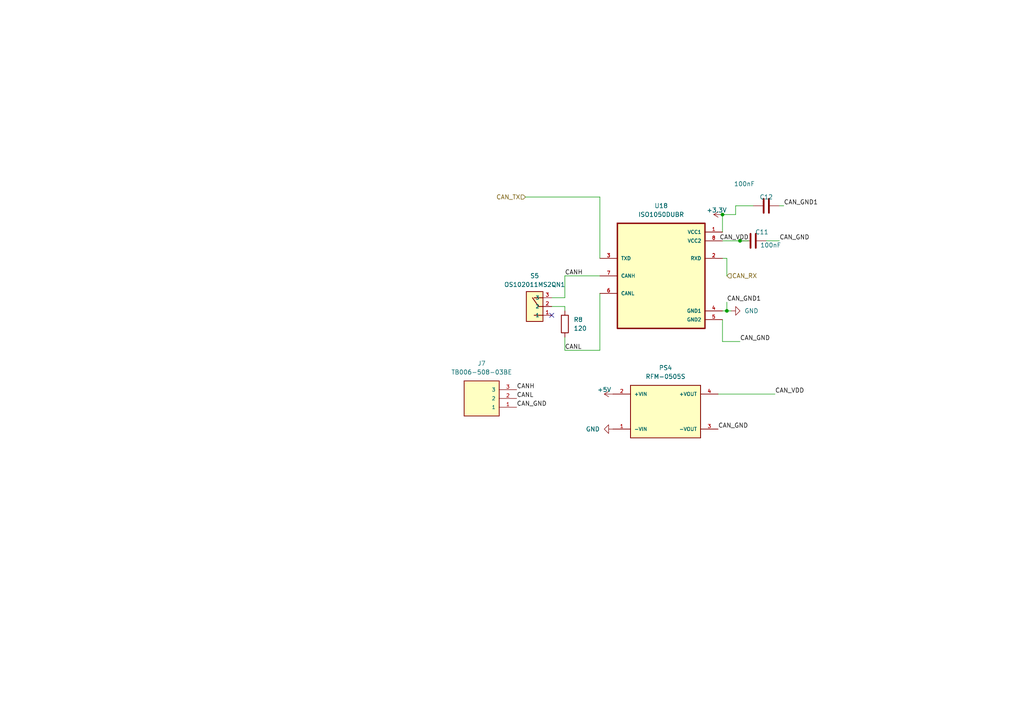
<source format=kicad_sch>
(kicad_sch
	(version 20231120)
	(generator "eeschema")
	(generator_version "8.0")
	(uuid "c2c0b24e-9267-4ae3-97e9-87a8e17b10ff")
	(paper "A4")
	(lib_symbols
		(symbol "Device:C"
			(pin_numbers hide)
			(pin_names
				(offset 0.254)
			)
			(exclude_from_sim no)
			(in_bom yes)
			(on_board yes)
			(property "Reference" "C"
				(at 0.635 2.54 0)
				(effects
					(font
						(size 1.27 1.27)
					)
					(justify left)
				)
			)
			(property "Value" "C"
				(at 0.635 -2.54 0)
				(effects
					(font
						(size 1.27 1.27)
					)
					(justify left)
				)
			)
			(property "Footprint" ""
				(at 0.9652 -3.81 0)
				(effects
					(font
						(size 1.27 1.27)
					)
					(hide yes)
				)
			)
			(property "Datasheet" "~"
				(at 0 0 0)
				(effects
					(font
						(size 1.27 1.27)
					)
					(hide yes)
				)
			)
			(property "Description" "Unpolarized capacitor"
				(at 0 0 0)
				(effects
					(font
						(size 1.27 1.27)
					)
					(hide yes)
				)
			)
			(property "ki_keywords" "cap capacitor"
				(at 0 0 0)
				(effects
					(font
						(size 1.27 1.27)
					)
					(hide yes)
				)
			)
			(property "ki_fp_filters" "C_*"
				(at 0 0 0)
				(effects
					(font
						(size 1.27 1.27)
					)
					(hide yes)
				)
			)
			(symbol "C_0_1"
				(polyline
					(pts
						(xy -2.032 -0.762) (xy 2.032 -0.762)
					)
					(stroke
						(width 0.508)
						(type default)
					)
					(fill
						(type none)
					)
				)
				(polyline
					(pts
						(xy -2.032 0.762) (xy 2.032 0.762)
					)
					(stroke
						(width 0.508)
						(type default)
					)
					(fill
						(type none)
					)
				)
			)
			(symbol "C_1_1"
				(pin passive line
					(at 0 3.81 270)
					(length 2.794)
					(name "~"
						(effects
							(font
								(size 1.27 1.27)
							)
						)
					)
					(number "1"
						(effects
							(font
								(size 1.27 1.27)
							)
						)
					)
				)
				(pin passive line
					(at 0 -3.81 90)
					(length 2.794)
					(name "~"
						(effects
							(font
								(size 1.27 1.27)
							)
						)
					)
					(number "2"
						(effects
							(font
								(size 1.27 1.27)
							)
						)
					)
				)
			)
		)
		(symbol "Device:R"
			(pin_numbers hide)
			(pin_names
				(offset 0)
			)
			(exclude_from_sim no)
			(in_bom yes)
			(on_board yes)
			(property "Reference" "R"
				(at 2.032 0 90)
				(effects
					(font
						(size 1.27 1.27)
					)
				)
			)
			(property "Value" "R"
				(at 0 0 90)
				(effects
					(font
						(size 1.27 1.27)
					)
				)
			)
			(property "Footprint" ""
				(at -1.778 0 90)
				(effects
					(font
						(size 1.27 1.27)
					)
					(hide yes)
				)
			)
			(property "Datasheet" "~"
				(at 0 0 0)
				(effects
					(font
						(size 1.27 1.27)
					)
					(hide yes)
				)
			)
			(property "Description" "Resistor"
				(at 0 0 0)
				(effects
					(font
						(size 1.27 1.27)
					)
					(hide yes)
				)
			)
			(property "ki_keywords" "R res resistor"
				(at 0 0 0)
				(effects
					(font
						(size 1.27 1.27)
					)
					(hide yes)
				)
			)
			(property "ki_fp_filters" "R_*"
				(at 0 0 0)
				(effects
					(font
						(size 1.27 1.27)
					)
					(hide yes)
				)
			)
			(symbol "R_0_1"
				(rectangle
					(start -1.016 -2.54)
					(end 1.016 2.54)
					(stroke
						(width 0.254)
						(type default)
					)
					(fill
						(type none)
					)
				)
			)
			(symbol "R_1_1"
				(pin passive line
					(at 0 3.81 270)
					(length 1.27)
					(name "~"
						(effects
							(font
								(size 1.27 1.27)
							)
						)
					)
					(number "1"
						(effects
							(font
								(size 1.27 1.27)
							)
						)
					)
				)
				(pin passive line
					(at 0 -3.81 90)
					(length 1.27)
					(name "~"
						(effects
							(font
								(size 1.27 1.27)
							)
						)
					)
					(number "2"
						(effects
							(font
								(size 1.27 1.27)
							)
						)
					)
				)
			)
		)
		(symbol "ISO1050DUBR:ISO1050DUBR"
			(pin_names
				(offset 1.016)
			)
			(exclude_from_sim no)
			(in_bom yes)
			(on_board yes)
			(property "Reference" "U"
				(at -12.7 16.24 0)
				(effects
					(font
						(size 1.27 1.27)
					)
					(justify left bottom)
				)
			)
			(property "Value" "ISO1050DUBR"
				(at -12.7 -19.24 0)
				(effects
					(font
						(size 1.27 1.27)
					)
					(justify left bottom)
				)
			)
			(property "Footprint" "ISO1050DUBR:SOP254P1040X485-8N"
				(at 0 0 0)
				(effects
					(font
						(size 1.27 1.27)
					)
					(justify bottom)
					(hide yes)
				)
			)
			(property "Datasheet" ""
				(at 0 0 0)
				(effects
					(font
						(size 1.27 1.27)
					)
					(hide yes)
				)
			)
			(property "Description" ""
				(at 0 0 0)
				(effects
					(font
						(size 1.27 1.27)
					)
					(hide yes)
				)
			)
			(symbol "ISO1050DUBR_0_0"
				(rectangle
					(start -12.7 -15.24)
					(end 12.7 15.24)
					(stroke
						(width 0.41)
						(type default)
					)
					(fill
						(type background)
					)
				)
				(pin power_in line
					(at 17.78 12.7 180)
					(length 5.08)
					(name "VCC1"
						(effects
							(font
								(size 1.016 1.016)
							)
						)
					)
					(number "1"
						(effects
							(font
								(size 1.016 1.016)
							)
						)
					)
				)
				(pin output line
					(at 17.78 5.08 180)
					(length 5.08)
					(name "RXD"
						(effects
							(font
								(size 1.016 1.016)
							)
						)
					)
					(number "2"
						(effects
							(font
								(size 1.016 1.016)
							)
						)
					)
				)
				(pin input line
					(at -17.78 5.08 0)
					(length 5.08)
					(name "TXD"
						(effects
							(font
								(size 1.016 1.016)
							)
						)
					)
					(number "3"
						(effects
							(font
								(size 1.016 1.016)
							)
						)
					)
				)
				(pin power_in line
					(at 17.78 -10.16 180)
					(length 5.08)
					(name "GND1"
						(effects
							(font
								(size 1.016 1.016)
							)
						)
					)
					(number "4"
						(effects
							(font
								(size 1.016 1.016)
							)
						)
					)
				)
				(pin power_in line
					(at 17.78 -12.7 180)
					(length 5.08)
					(name "GND2"
						(effects
							(font
								(size 1.016 1.016)
							)
						)
					)
					(number "5"
						(effects
							(font
								(size 1.016 1.016)
							)
						)
					)
				)
				(pin bidirectional line
					(at -17.78 -5.08 0)
					(length 5.08)
					(name "CANL"
						(effects
							(font
								(size 1.016 1.016)
							)
						)
					)
					(number "6"
						(effects
							(font
								(size 1.016 1.016)
							)
						)
					)
				)
				(pin bidirectional line
					(at -17.78 0 0)
					(length 5.08)
					(name "CANH"
						(effects
							(font
								(size 1.016 1.016)
							)
						)
					)
					(number "7"
						(effects
							(font
								(size 1.016 1.016)
							)
						)
					)
				)
				(pin power_in line
					(at 17.78 10.16 180)
					(length 5.08)
					(name "VCC2"
						(effects
							(font
								(size 1.016 1.016)
							)
						)
					)
					(number "8"
						(effects
							(font
								(size 1.016 1.016)
							)
						)
					)
				)
			)
		)
		(symbol "OS102011MS2QN1:OS102011MS2QN1"
			(pin_names
				(offset 1.016)
			)
			(exclude_from_sim no)
			(in_bom yes)
			(on_board yes)
			(property "Reference" "S"
				(at -2.5411 5.0822 0)
				(effects
					(font
						(size 1.27 1.27)
					)
					(justify left bottom)
				)
			)
			(property "Value" "OS102011MS2QN1"
				(at -2.544 -7.6319 0)
				(effects
					(font
						(size 1.27 1.27)
					)
					(justify left bottom)
				)
			)
			(property "Footprint" "OS102011MS2QN1:SW_OS102011MS2QN1"
				(at 0 0 0)
				(effects
					(font
						(size 1.27 1.27)
					)
					(justify bottom)
					(hide yes)
				)
			)
			(property "Datasheet" ""
				(at 0 0 0)
				(effects
					(font
						(size 1.27 1.27)
					)
					(hide yes)
				)
			)
			(property "Description" ""
				(at 0 0 0)
				(effects
					(font
						(size 1.27 1.27)
					)
					(hide yes)
				)
			)
			(property "STANDARD" "MANUFACTURER RECOMMENDATIONS"
				(at 0 0 0)
				(effects
					(font
						(size 1.27 1.27)
					)
					(justify bottom)
					(hide yes)
				)
			)
			(property "MANUFACTURER" "C&K"
				(at 0 0 0)
				(effects
					(font
						(size 1.27 1.27)
					)
					(justify bottom)
					(hide yes)
				)
			)
			(symbol "OS102011MS2QN1_0_0"
				(rectangle
					(start -2.54 -4.318)
					(end 2.286 4.318)
					(stroke
						(width 0.254)
						(type default)
					)
					(fill
						(type background)
					)
				)
				(polyline
					(pts
						(xy -2.54 -2.54) (xy 0 -2.54)
					)
					(stroke
						(width 0.254)
						(type default)
					)
					(fill
						(type none)
					)
				)
				(polyline
					(pts
						(xy -2.54 0) (xy -1.27 0)
					)
					(stroke
						(width 0.254)
						(type default)
					)
					(fill
						(type none)
					)
				)
				(polyline
					(pts
						(xy -2.54 2.54) (xy 0 2.54)
					)
					(stroke
						(width 0.254)
						(type default)
					)
					(fill
						(type none)
					)
				)
				(polyline
					(pts
						(xy -1.27 0) (xy 0.508 -2.54)
					)
					(stroke
						(width 0.254)
						(type default)
					)
					(fill
						(type none)
					)
				)
				(pin passive line
					(at -5.08 2.54 0)
					(length 2.54)
					(name "1"
						(effects
							(font
								(size 1.016 1.016)
							)
						)
					)
					(number "1"
						(effects
							(font
								(size 1.016 1.016)
							)
						)
					)
				)
				(pin passive line
					(at -5.08 0 0)
					(length 2.54)
					(name "2"
						(effects
							(font
								(size 1.016 1.016)
							)
						)
					)
					(number "2"
						(effects
							(font
								(size 1.016 1.016)
							)
						)
					)
				)
				(pin passive line
					(at -5.08 -2.54 0)
					(length 2.54)
					(name "3"
						(effects
							(font
								(size 1.016 1.016)
							)
						)
					)
					(number "3"
						(effects
							(font
								(size 1.016 1.016)
							)
						)
					)
				)
			)
		)
		(symbol "RFM-0505S:RFM-0505S"
			(pin_names
				(offset 1.016)
			)
			(exclude_from_sim no)
			(in_bom yes)
			(on_board yes)
			(property "Reference" "PS"
				(at -10.16 8.89 0)
				(effects
					(font
						(size 1.27 1.27)
					)
					(justify left bottom)
				)
			)
			(property "Value" "RFM-0505S"
				(at -10.16 -10.16 0)
				(effects
					(font
						(size 1.27 1.27)
					)
					(justify left bottom)
				)
			)
			(property "Footprint" "RFM-0505S:CONV_RFM-0505S"
				(at 0 0 0)
				(effects
					(font
						(size 1.27 1.27)
					)
					(justify bottom)
					(hide yes)
				)
			)
			(property "Datasheet" ""
				(at 0 0 0)
				(effects
					(font
						(size 1.27 1.27)
					)
					(hide yes)
				)
			)
			(property "Description" ""
				(at 0 0 0)
				(effects
					(font
						(size 1.27 1.27)
					)
					(hide yes)
				)
			)
			(property "PARTREV" "0"
				(at 0 0 0)
				(effects
					(font
						(size 1.27 1.27)
					)
					(justify bottom)
					(hide yes)
				)
			)
			(property "STANDARD" "Manufacturer Recommendations"
				(at 0 0 0)
				(effects
					(font
						(size 1.27 1.27)
					)
					(justify bottom)
					(hide yes)
				)
			)
			(property "MAXIMUM_PACKAGE_HEIGHT" "10mm"
				(at 0 0 0)
				(effects
					(font
						(size 1.27 1.27)
					)
					(justify bottom)
					(hide yes)
				)
			)
			(property "MANUFACTURER" "Recom"
				(at 0 0 0)
				(effects
					(font
						(size 1.27 1.27)
					)
					(justify bottom)
					(hide yes)
				)
			)
			(symbol "RFM-0505S_0_0"
				(rectangle
					(start -10.16 -7.62)
					(end 10.16 7.62)
					(stroke
						(width 0.254)
						(type default)
					)
					(fill
						(type background)
					)
				)
				(pin input line
					(at -15.24 -5.08 0)
					(length 5.08)
					(name "-VIN"
						(effects
							(font
								(size 1.016 1.016)
							)
						)
					)
					(number "1"
						(effects
							(font
								(size 1.016 1.016)
							)
						)
					)
				)
				(pin input line
					(at -15.24 5.08 0)
					(length 5.08)
					(name "+VIN"
						(effects
							(font
								(size 1.016 1.016)
							)
						)
					)
					(number "2"
						(effects
							(font
								(size 1.016 1.016)
							)
						)
					)
				)
				(pin output line
					(at 15.24 -5.08 180)
					(length 5.08)
					(name "-VOUT"
						(effects
							(font
								(size 1.016 1.016)
							)
						)
					)
					(number "3"
						(effects
							(font
								(size 1.016 1.016)
							)
						)
					)
				)
				(pin output line
					(at 15.24 5.08 180)
					(length 5.08)
					(name "+VOUT"
						(effects
							(font
								(size 1.016 1.016)
							)
						)
					)
					(number "4"
						(effects
							(font
								(size 1.016 1.016)
							)
						)
					)
				)
			)
		)
		(symbol "TB006-508-03BE:TB006-508-03BE"
			(pin_names
				(offset 1.016)
			)
			(exclude_from_sim no)
			(in_bom yes)
			(on_board yes)
			(property "Reference" "J"
				(at -5.58 5.08 0)
				(effects
					(font
						(size 1.27 1.27)
					)
					(justify left bottom)
				)
			)
			(property "Value" "TB006-508-03BE"
				(at -5.08 -7.62 0)
				(effects
					(font
						(size 1.27 1.27)
					)
					(justify left bottom)
				)
			)
			(property "Footprint" "TB006-508-03BE:CUI_TB006-508-03BE"
				(at 0 0 0)
				(effects
					(font
						(size 1.27 1.27)
					)
					(justify bottom)
					(hide yes)
				)
			)
			(property "Datasheet" ""
				(at 0 0 0)
				(effects
					(font
						(size 1.27 1.27)
					)
					(hide yes)
				)
			)
			(property "Description" ""
				(at 0 0 0)
				(effects
					(font
						(size 1.27 1.27)
					)
					(hide yes)
				)
			)
			(property "STANDARD" "Manufacturer Recommendations"
				(at 0 0 0)
				(effects
					(font
						(size 1.27 1.27)
					)
					(justify bottom)
					(hide yes)
				)
			)
			(property "MANUFACTURER" "CUI"
				(at 0 0 0)
				(effects
					(font
						(size 1.27 1.27)
					)
					(justify bottom)
					(hide yes)
				)
			)
			(symbol "TB006-508-03BE_0_0"
				(rectangle
					(start -5.08 -5.08)
					(end 5.08 5.08)
					(stroke
						(width 0.254)
						(type default)
					)
					(fill
						(type background)
					)
				)
				(pin passive line
					(at -10.16 2.54 0)
					(length 5.08)
					(name "1"
						(effects
							(font
								(size 1.016 1.016)
							)
						)
					)
					(number "1"
						(effects
							(font
								(size 1.016 1.016)
							)
						)
					)
				)
				(pin passive line
					(at -10.16 0 0)
					(length 5.08)
					(name "2"
						(effects
							(font
								(size 1.016 1.016)
							)
						)
					)
					(number "2"
						(effects
							(font
								(size 1.016 1.016)
							)
						)
					)
				)
				(pin passive line
					(at -10.16 -2.54 0)
					(length 5.08)
					(name "3"
						(effects
							(font
								(size 1.016 1.016)
							)
						)
					)
					(number "3"
						(effects
							(font
								(size 1.016 1.016)
							)
						)
					)
				)
			)
		)
		(symbol "power:+3.3V"
			(power)
			(pin_names
				(offset 0)
			)
			(exclude_from_sim no)
			(in_bom yes)
			(on_board yes)
			(property "Reference" "#PWR"
				(at 0 -3.81 0)
				(effects
					(font
						(size 1.27 1.27)
					)
					(hide yes)
				)
			)
			(property "Value" "+3.3V"
				(at 0 3.556 0)
				(effects
					(font
						(size 1.27 1.27)
					)
				)
			)
			(property "Footprint" ""
				(at 0 0 0)
				(effects
					(font
						(size 1.27 1.27)
					)
					(hide yes)
				)
			)
			(property "Datasheet" ""
				(at 0 0 0)
				(effects
					(font
						(size 1.27 1.27)
					)
					(hide yes)
				)
			)
			(property "Description" "Power symbol creates a global label with name \"+3.3V\""
				(at 0 0 0)
				(effects
					(font
						(size 1.27 1.27)
					)
					(hide yes)
				)
			)
			(property "ki_keywords" "global power"
				(at 0 0 0)
				(effects
					(font
						(size 1.27 1.27)
					)
					(hide yes)
				)
			)
			(symbol "+3.3V_0_1"
				(polyline
					(pts
						(xy -0.762 1.27) (xy 0 2.54)
					)
					(stroke
						(width 0)
						(type default)
					)
					(fill
						(type none)
					)
				)
				(polyline
					(pts
						(xy 0 0) (xy 0 2.54)
					)
					(stroke
						(width 0)
						(type default)
					)
					(fill
						(type none)
					)
				)
				(polyline
					(pts
						(xy 0 2.54) (xy 0.762 1.27)
					)
					(stroke
						(width 0)
						(type default)
					)
					(fill
						(type none)
					)
				)
			)
			(symbol "+3.3V_1_1"
				(pin power_in line
					(at 0 0 90)
					(length 0) hide
					(name "+3.3V"
						(effects
							(font
								(size 1.27 1.27)
							)
						)
					)
					(number "1"
						(effects
							(font
								(size 1.27 1.27)
							)
						)
					)
				)
			)
		)
		(symbol "power:+5V"
			(power)
			(pin_names
				(offset 0)
			)
			(exclude_from_sim no)
			(in_bom yes)
			(on_board yes)
			(property "Reference" "#PWR"
				(at 0 -3.81 0)
				(effects
					(font
						(size 1.27 1.27)
					)
					(hide yes)
				)
			)
			(property "Value" "+5V"
				(at 0 3.556 0)
				(effects
					(font
						(size 1.27 1.27)
					)
				)
			)
			(property "Footprint" ""
				(at 0 0 0)
				(effects
					(font
						(size 1.27 1.27)
					)
					(hide yes)
				)
			)
			(property "Datasheet" ""
				(at 0 0 0)
				(effects
					(font
						(size 1.27 1.27)
					)
					(hide yes)
				)
			)
			(property "Description" "Power symbol creates a global label with name \"+5V\""
				(at 0 0 0)
				(effects
					(font
						(size 1.27 1.27)
					)
					(hide yes)
				)
			)
			(property "ki_keywords" "global power"
				(at 0 0 0)
				(effects
					(font
						(size 1.27 1.27)
					)
					(hide yes)
				)
			)
			(symbol "+5V_0_1"
				(polyline
					(pts
						(xy -0.762 1.27) (xy 0 2.54)
					)
					(stroke
						(width 0)
						(type default)
					)
					(fill
						(type none)
					)
				)
				(polyline
					(pts
						(xy 0 0) (xy 0 2.54)
					)
					(stroke
						(width 0)
						(type default)
					)
					(fill
						(type none)
					)
				)
				(polyline
					(pts
						(xy 0 2.54) (xy 0.762 1.27)
					)
					(stroke
						(width 0)
						(type default)
					)
					(fill
						(type none)
					)
				)
			)
			(symbol "+5V_1_1"
				(pin power_in line
					(at 0 0 90)
					(length 0) hide
					(name "+5V"
						(effects
							(font
								(size 1.27 1.27)
							)
						)
					)
					(number "1"
						(effects
							(font
								(size 1.27 1.27)
							)
						)
					)
				)
			)
		)
		(symbol "power:GND"
			(power)
			(pin_names
				(offset 0)
			)
			(exclude_from_sim no)
			(in_bom yes)
			(on_board yes)
			(property "Reference" "#PWR"
				(at 0 -6.35 0)
				(effects
					(font
						(size 1.27 1.27)
					)
					(hide yes)
				)
			)
			(property "Value" "GND"
				(at 0 -3.81 0)
				(effects
					(font
						(size 1.27 1.27)
					)
				)
			)
			(property "Footprint" ""
				(at 0 0 0)
				(effects
					(font
						(size 1.27 1.27)
					)
					(hide yes)
				)
			)
			(property "Datasheet" ""
				(at 0 0 0)
				(effects
					(font
						(size 1.27 1.27)
					)
					(hide yes)
				)
			)
			(property "Description" "Power symbol creates a global label with name \"GND\" , ground"
				(at 0 0 0)
				(effects
					(font
						(size 1.27 1.27)
					)
					(hide yes)
				)
			)
			(property "ki_keywords" "global power"
				(at 0 0 0)
				(effects
					(font
						(size 1.27 1.27)
					)
					(hide yes)
				)
			)
			(symbol "GND_0_1"
				(polyline
					(pts
						(xy 0 0) (xy 0 -1.27) (xy 1.27 -1.27) (xy 0 -2.54) (xy -1.27 -1.27) (xy 0 -1.27)
					)
					(stroke
						(width 0)
						(type default)
					)
					(fill
						(type none)
					)
				)
			)
			(symbol "GND_1_1"
				(pin power_in line
					(at 0 0 270)
					(length 0) hide
					(name "GND"
						(effects
							(font
								(size 1.27 1.27)
							)
						)
					)
					(number "1"
						(effects
							(font
								(size 1.27 1.27)
							)
						)
					)
				)
			)
		)
	)
	(junction
		(at 210.82 90.17)
		(diameter 0)
		(color 0 0 0 0)
		(uuid "28f41e07-e963-430b-ad61-739528f330ca")
	)
	(junction
		(at 209.55 62.23)
		(diameter 0)
		(color 0 0 0 0)
		(uuid "75ef5135-acde-4711-b55b-536b329d3251")
	)
	(junction
		(at 214.63 69.85)
		(diameter 0)
		(color 0 0 0 0)
		(uuid "ec90b416-e52e-45bd-96c8-d8e6ee5c55cf")
	)
	(no_connect
		(at 160.02 91.44)
		(uuid "56570ec1-5434-4ce1-9420-5bc8e4f72032")
	)
	(wire
		(pts
			(xy 210.82 74.93) (xy 209.55 74.93)
		)
		(stroke
			(width 0)
			(type default)
		)
		(uuid "022cdf1b-8c4b-41b8-be75-0a7cde0721e9")
	)
	(wire
		(pts
			(xy 226.06 69.85) (xy 222.25 69.85)
		)
		(stroke
			(width 0)
			(type default)
		)
		(uuid "0a602c31-a1c5-4d04-a3be-e92bcb11ff23")
	)
	(wire
		(pts
			(xy 163.83 88.9) (xy 163.83 90.17)
		)
		(stroke
			(width 0)
			(type default)
		)
		(uuid "0dcbc8fa-ecee-40ca-b14c-825663330787")
	)
	(wire
		(pts
			(xy 163.83 97.79) (xy 163.83 101.6)
		)
		(stroke
			(width 0)
			(type default)
		)
		(uuid "201c8212-a376-4cfb-87c6-defa775d9819")
	)
	(wire
		(pts
			(xy 213.36 62.23) (xy 209.55 62.23)
		)
		(stroke
			(width 0)
			(type default)
		)
		(uuid "26612137-d2b1-4656-afcc-7eee7eb2641b")
	)
	(wire
		(pts
			(xy 214.63 99.06) (xy 209.55 99.06)
		)
		(stroke
			(width 0)
			(type default)
		)
		(uuid "3aabf3fc-7449-4727-a4f6-2bd33af6c72a")
	)
	(wire
		(pts
			(xy 209.55 67.31) (xy 209.55 62.23)
		)
		(stroke
			(width 0)
			(type default)
		)
		(uuid "4284bf11-d75b-4afd-b4b2-f12963d21400")
	)
	(wire
		(pts
			(xy 163.83 80.01) (xy 173.99 80.01)
		)
		(stroke
			(width 0)
			(type default)
		)
		(uuid "44509fb3-bf31-4095-b91b-6e58df886a39")
	)
	(wire
		(pts
			(xy 160.02 86.36) (xy 163.83 86.36)
		)
		(stroke
			(width 0)
			(type default)
		)
		(uuid "49d1fad2-93bb-4334-84d4-65ca9ca7dc88")
	)
	(wire
		(pts
			(xy 163.83 101.6) (xy 173.99 101.6)
		)
		(stroke
			(width 0)
			(type default)
		)
		(uuid "49d83d18-a923-4acf-b816-ca6fa4095e5d")
	)
	(wire
		(pts
			(xy 173.99 57.15) (xy 173.99 74.93)
		)
		(stroke
			(width 0)
			(type default)
		)
		(uuid "5188a0fb-eea0-4d55-a26a-e7b0e91dde96")
	)
	(wire
		(pts
			(xy 226.06 59.69) (xy 227.33 59.69)
		)
		(stroke
			(width 0)
			(type default)
		)
		(uuid "704001ac-f28b-41ea-b479-88e4ca88a5dd")
	)
	(wire
		(pts
			(xy 173.99 85.09) (xy 173.99 101.6)
		)
		(stroke
			(width 0)
			(type default)
		)
		(uuid "72c9af02-f2ac-4082-9c20-ed31bc204800")
	)
	(wire
		(pts
			(xy 209.55 99.06) (xy 209.55 92.71)
		)
		(stroke
			(width 0)
			(type default)
		)
		(uuid "75c1f380-fdc2-49d8-94b4-6e4207672d15")
	)
	(wire
		(pts
			(xy 212.09 90.17) (xy 210.82 90.17)
		)
		(stroke
			(width 0)
			(type default)
		)
		(uuid "77ede021-1dd0-45c0-9247-7979466e95df")
	)
	(wire
		(pts
			(xy 163.83 86.36) (xy 163.83 80.01)
		)
		(stroke
			(width 0)
			(type default)
		)
		(uuid "784c1159-31fb-402a-83b9-a0b8f4525e15")
	)
	(wire
		(pts
			(xy 210.82 90.17) (xy 209.55 90.17)
		)
		(stroke
			(width 0)
			(type default)
		)
		(uuid "8bc9dec0-f8e7-4400-87e7-da8e128ff1ac")
	)
	(wire
		(pts
			(xy 163.83 88.9) (xy 160.02 88.9)
		)
		(stroke
			(width 0)
			(type default)
		)
		(uuid "94713946-9b52-4a02-bfbc-ed53b431faa4")
	)
	(wire
		(pts
			(xy 210.82 87.63) (xy 210.82 90.17)
		)
		(stroke
			(width 0)
			(type default)
		)
		(uuid "955aeb9a-c537-4e31-b1a9-245cee68cbcd")
	)
	(wire
		(pts
			(xy 213.36 59.69) (xy 213.36 62.23)
		)
		(stroke
			(width 0)
			(type default)
		)
		(uuid "c6966e73-2894-4a77-ae23-ab4c79057c7e")
	)
	(wire
		(pts
			(xy 209.55 69.85) (xy 214.63 69.85)
		)
		(stroke
			(width 0)
			(type default)
		)
		(uuid "c71c3741-b237-4570-a886-d1de4176326b")
	)
	(wire
		(pts
			(xy 224.79 114.3) (xy 208.28 114.3)
		)
		(stroke
			(width 0)
			(type default)
		)
		(uuid "ca3264d2-b884-4da8-93f3-4f83c5a0deda")
	)
	(wire
		(pts
			(xy 210.82 80.01) (xy 210.82 74.93)
		)
		(stroke
			(width 0)
			(type default)
		)
		(uuid "e6033a3a-881b-4238-9bae-043889550b19")
	)
	(wire
		(pts
			(xy 213.36 59.69) (xy 218.44 59.69)
		)
		(stroke
			(width 0)
			(type default)
		)
		(uuid "f9e8f255-d0ca-4554-a114-3313bd3eb307")
	)
	(wire
		(pts
			(xy 217.17 69.85) (xy 214.63 69.85)
		)
		(stroke
			(width 0)
			(type default)
		)
		(uuid "fb8c7939-7920-4f80-8274-347939e94e0e")
	)
	(wire
		(pts
			(xy 152.4 57.15) (xy 173.99 57.15)
		)
		(stroke
			(width 0)
			(type default)
		)
		(uuid "fe3ae03b-b592-4326-826b-c696c3360107")
	)
	(label "CANH"
		(at 163.83 80.01 0)
		(fields_autoplaced yes)
		(effects
			(font
				(size 1.27 1.27)
			)
			(justify left bottom)
		)
		(uuid "0cc2fd0b-62e1-4c95-8590-1dd22b1993e1")
	)
	(label "CAN_GND1"
		(at 227.33 59.69 0)
		(fields_autoplaced yes)
		(effects
			(font
				(size 1.27 1.27)
			)
			(justify left bottom)
		)
		(uuid "336eeda3-daad-40bd-9c0a-bfaec2a73f56")
	)
	(label "CAN_GND1"
		(at 210.82 87.63 0)
		(fields_autoplaced yes)
		(effects
			(font
				(size 1.27 1.27)
			)
			(justify left bottom)
		)
		(uuid "3d7ce4c4-c5db-43b4-8e1d-010f8d10bb36")
	)
	(label "CANL"
		(at 163.83 101.6 0)
		(fields_autoplaced yes)
		(effects
			(font
				(size 1.27 1.27)
			)
			(justify left bottom)
		)
		(uuid "4b6d0e06-93af-4b5c-b2f5-85438718650e")
	)
	(label "CAN_GND"
		(at 226.06 69.85 0)
		(fields_autoplaced yes)
		(effects
			(font
				(size 1.27 1.27)
			)
			(justify left bottom)
		)
		(uuid "6828fde3-6738-4410-8823-4eb597bc0484")
	)
	(label "CAN_GND"
		(at 208.28 124.46 0)
		(fields_autoplaced yes)
		(effects
			(font
				(size 1.27 1.27)
			)
			(justify left bottom)
		)
		(uuid "90a744bc-2f62-431f-9ad9-85cca7c12078")
	)
	(label "CAN_VDD"
		(at 224.79 114.3 0)
		(fields_autoplaced yes)
		(effects
			(font
				(size 1.27 1.27)
			)
			(justify left bottom)
		)
		(uuid "9d89c19a-8ab1-420e-b592-057e8a1276a9")
	)
	(label "CANL"
		(at 149.86 115.57 0)
		(fields_autoplaced yes)
		(effects
			(font
				(size 1.27 1.27)
			)
			(justify left bottom)
		)
		(uuid "d091d95e-991c-4870-bb1d-ea96ad4cfc21")
	)
	(label "CAN_GND"
		(at 149.86 118.11 0)
		(fields_autoplaced yes)
		(effects
			(font
				(size 1.27 1.27)
			)
			(justify left bottom)
		)
		(uuid "d5c6d252-b5e8-403a-9ecb-b7d6831743ec")
	)
	(label "CANH"
		(at 149.86 113.03 0)
		(fields_autoplaced yes)
		(effects
			(font
				(size 1.27 1.27)
			)
			(justify left bottom)
		)
		(uuid "da7fd170-c09f-4b14-acf0-6f2d2b485036")
	)
	(label "CAN_VDD"
		(at 217.17 69.85 180)
		(fields_autoplaced yes)
		(effects
			(font
				(size 1.27 1.27)
			)
			(justify right bottom)
		)
		(uuid "ed05ab27-59a0-4935-a17c-304aee60b67b")
	)
	(label "CAN_GND"
		(at 214.63 99.06 0)
		(fields_autoplaced yes)
		(effects
			(font
				(size 1.27 1.27)
			)
			(justify left bottom)
		)
		(uuid "f1d77fe7-ecf7-4a6c-b3dd-45926c61adb1")
	)
	(hierarchical_label "CAN_RX"
		(shape input)
		(at 210.82 80.01 0)
		(fields_autoplaced yes)
		(effects
			(font
				(size 1.27 1.27)
			)
			(justify left)
		)
		(uuid "1fdd5b92-5c8f-4d11-ac64-bea8ed027b26")
	)
	(hierarchical_label "CAN_TX"
		(shape input)
		(at 152.4 57.15 180)
		(fields_autoplaced yes)
		(effects
			(font
				(size 1.27 1.27)
			)
			(justify right)
		)
		(uuid "e242b84b-4201-4fb3-bba2-c3597033d6f5")
	)
	(symbol
		(lib_id "Device:R")
		(at 163.83 93.98 0)
		(unit 1)
		(exclude_from_sim no)
		(in_bom yes)
		(on_board yes)
		(dnp no)
		(fields_autoplaced yes)
		(uuid "0bd96784-fab3-4a41-94d9-ba5c9b7a4a12")
		(property "Reference" "R3"
			(at 166.37 92.71 0)
			(effects
				(font
					(size 1.27 1.27)
				)
				(justify left)
			)
		)
		(property "Value" "120"
			(at 166.37 95.25 0)
			(effects
				(font
					(size 1.27 1.27)
				)
				(justify left)
			)
		)
		(property "Footprint" "Resistor_SMD:R_0402_1005Metric"
			(at 162.052 93.98 90)
			(effects
				(font
					(size 1.27 1.27)
				)
				(hide yes)
			)
		)
		(property "Datasheet" "~"
			(at 163.83 93.98 0)
			(effects
				(font
					(size 1.27 1.27)
				)
				(hide yes)
			)
		)
		(property "Description" ""
			(at 163.83 93.98 0)
			(effects
				(font
					(size 1.27 1.27)
				)
				(hide yes)
			)
		)
		(pin "1"
			(uuid "fde56c10-ce97-4976-bd09-8e9af56cfd36")
		)
		(pin "2"
			(uuid "317db898-37b6-420f-a9b0-3fecf4658a02")
		)
		(instances
			(project "Motor Programmer Rev. 2"
				(path "/011ae556-31c3-4ee2-a722-f56ffd3fdd08/65e461c4-befb-4ca3-b9f6-065fb72e8a07"
					(reference "R8")
					(unit 1)
				)
				(path "/011ae556-31c3-4ee2-a722-f56ffd3fdd08/a980b8e9-e294-41d1-9256-24174e94cb0f"
					(reference "R3")
					(unit 1)
				)
				(path "/011ae556-31c3-4ee2-a722-f56ffd3fdd08/c7e73b27-eb93-4db6-8251-9619cfa41436"
					(reference "R6")
					(unit 1)
				)
			)
		)
	)
	(symbol
		(lib_id "power:+5V")
		(at 177.8 114.3 90)
		(unit 1)
		(exclude_from_sim no)
		(in_bom yes)
		(on_board yes)
		(dnp no)
		(uuid "407d4724-df7e-4fa9-a6c6-86c1253abfa4")
		(property "Reference" "#PWR010"
			(at 181.61 114.3 0)
			(effects
				(font
					(size 1.27 1.27)
				)
				(hide yes)
			)
		)
		(property "Value" "+5V"
			(at 175.26 113.03 90)
			(effects
				(font
					(size 1.27 1.27)
				)
			)
		)
		(property "Footprint" ""
			(at 177.8 114.3 0)
			(effects
				(font
					(size 1.27 1.27)
				)
				(hide yes)
			)
		)
		(property "Datasheet" ""
			(at 177.8 114.3 0)
			(effects
				(font
					(size 1.27 1.27)
				)
				(hide yes)
			)
		)
		(property "Description" ""
			(at 177.8 114.3 0)
			(effects
				(font
					(size 1.27 1.27)
				)
				(hide yes)
			)
		)
		(pin "1"
			(uuid "6ffffa71-f1f4-4480-bded-85249b3a315e")
		)
		(instances
			(project "Motor Programmer Rev. 2"
				(path "/011ae556-31c3-4ee2-a722-f56ffd3fdd08/65e461c4-befb-4ca3-b9f6-065fb72e8a07"
					(reference "#PWR067")
					(unit 1)
				)
				(path "/011ae556-31c3-4ee2-a722-f56ffd3fdd08/a980b8e9-e294-41d1-9256-24174e94cb0f"
					(reference "#PWR010")
					(unit 1)
				)
				(path "/011ae556-31c3-4ee2-a722-f56ffd3fdd08/c7e73b27-eb93-4db6-8251-9619cfa41436"
					(reference "#PWR022")
					(unit 1)
				)
			)
		)
	)
	(symbol
		(lib_id "ISO1050DUBR:ISO1050DUBR")
		(at 191.77 80.01 0)
		(unit 1)
		(exclude_from_sim no)
		(in_bom yes)
		(on_board yes)
		(dnp no)
		(fields_autoplaced yes)
		(uuid "6df04bf4-dfed-4e99-bbfe-3f2a8286a882")
		(property "Reference" "U1"
			(at 191.77 59.69 0)
			(effects
				(font
					(size 1.27 1.27)
				)
			)
		)
		(property "Value" "ISO1050DUBR"
			(at 191.77 62.23 0)
			(effects
				(font
					(size 1.27 1.27)
				)
			)
		)
		(property "Footprint" "ISO1050DUBR:SOP254P1040X485-8N"
			(at 191.77 80.01 0)
			(effects
				(font
					(size 1.27 1.27)
				)
				(justify bottom)
				(hide yes)
			)
		)
		(property "Datasheet" ""
			(at 191.77 80.01 0)
			(effects
				(font
					(size 1.27 1.27)
				)
				(hide yes)
			)
		)
		(property "Description" ""
			(at 191.77 80.01 0)
			(effects
				(font
					(size 1.27 1.27)
				)
				(hide yes)
			)
		)
		(pin "1"
			(uuid "467612dc-af24-4f0f-93f5-b4f8628330f2")
		)
		(pin "2"
			(uuid "cb32348b-7104-452f-8c33-0a3c3618ac58")
		)
		(pin "3"
			(uuid "e41f6ba4-5c60-4173-b69d-0c48ddb1622d")
		)
		(pin "4"
			(uuid "6c75fc08-2752-4a71-9223-7cfcfbd541d0")
		)
		(pin "5"
			(uuid "30f6ef3d-9fe6-4a5d-ab6e-673bcd45fb36")
		)
		(pin "6"
			(uuid "634ab0f9-1830-467a-8f9d-b5d50fe5d610")
		)
		(pin "7"
			(uuid "962e8ed3-5602-4af1-af2e-c2be40d402bc")
		)
		(pin "8"
			(uuid "9de30e8d-cf86-47fb-8bba-0514be2d16f2")
		)
		(instances
			(project "Motor Programmer Rev. 2"
				(path "/011ae556-31c3-4ee2-a722-f56ffd3fdd08/65e461c4-befb-4ca3-b9f6-065fb72e8a07"
					(reference "U18")
					(unit 1)
				)
				(path "/011ae556-31c3-4ee2-a722-f56ffd3fdd08/a980b8e9-e294-41d1-9256-24174e94cb0f"
					(reference "U1")
					(unit 1)
				)
				(path "/011ae556-31c3-4ee2-a722-f56ffd3fdd08/c7e73b27-eb93-4db6-8251-9619cfa41436"
					(reference "U2")
					(unit 1)
				)
			)
		)
	)
	(symbol
		(lib_id "power:+3.3V")
		(at 209.55 62.23 90)
		(unit 1)
		(exclude_from_sim no)
		(in_bom yes)
		(on_board yes)
		(dnp no)
		(uuid "afd741b1-45a2-4991-9047-9d124332c801")
		(property "Reference" "#PWR013"
			(at 213.36 62.23 0)
			(effects
				(font
					(size 1.27 1.27)
				)
				(hide yes)
			)
		)
		(property "Value" "+3.3V"
			(at 210.82 60.96 90)
			(effects
				(font
					(size 1.27 1.27)
				)
				(justify left)
			)
		)
		(property "Footprint" ""
			(at 209.55 62.23 0)
			(effects
				(font
					(size 1.27 1.27)
				)
				(hide yes)
			)
		)
		(property "Datasheet" ""
			(at 209.55 62.23 0)
			(effects
				(font
					(size 1.27 1.27)
				)
				(hide yes)
			)
		)
		(property "Description" ""
			(at 209.55 62.23 0)
			(effects
				(font
					(size 1.27 1.27)
				)
				(hide yes)
			)
		)
		(pin "1"
			(uuid "722f8f87-a24c-4ba9-820e-4ce63e535ae4")
		)
		(instances
			(project "Motor Programmer Rev. 2"
				(path "/011ae556-31c3-4ee2-a722-f56ffd3fdd08/65e461c4-befb-4ca3-b9f6-065fb72e8a07"
					(reference "#PWR069")
					(unit 1)
				)
				(path "/011ae556-31c3-4ee2-a722-f56ffd3fdd08/a980b8e9-e294-41d1-9256-24174e94cb0f"
					(reference "#PWR013")
					(unit 1)
				)
				(path "/011ae556-31c3-4ee2-a722-f56ffd3fdd08/c7e73b27-eb93-4db6-8251-9619cfa41436"
					(reference "#PWR024")
					(unit 1)
				)
			)
		)
	)
	(symbol
		(lib_id "power:GND")
		(at 177.8 124.46 270)
		(unit 1)
		(exclude_from_sim no)
		(in_bom yes)
		(on_board yes)
		(dnp no)
		(fields_autoplaced yes)
		(uuid "b312358b-ea16-46aa-ac5a-1c92915a0acc")
		(property "Reference" "#PWR011"
			(at 171.45 124.46 0)
			(effects
				(font
					(size 1.27 1.27)
				)
				(hide yes)
			)
		)
		(property "Value" "GND"
			(at 173.99 124.46 90)
			(effects
				(font
					(size 1.27 1.27)
				)
				(justify right)
			)
		)
		(property "Footprint" ""
			(at 177.8 124.46 0)
			(effects
				(font
					(size 1.27 1.27)
				)
				(hide yes)
			)
		)
		(property "Datasheet" ""
			(at 177.8 124.46 0)
			(effects
				(font
					(size 1.27 1.27)
				)
				(hide yes)
			)
		)
		(property "Description" ""
			(at 177.8 124.46 0)
			(effects
				(font
					(size 1.27 1.27)
				)
				(hide yes)
			)
		)
		(pin "1"
			(uuid "36852a58-da3a-412c-ab3a-40f1a5bc176d")
		)
		(instances
			(project "Motor Programmer Rev. 2"
				(path "/011ae556-31c3-4ee2-a722-f56ffd3fdd08/65e461c4-befb-4ca3-b9f6-065fb72e8a07"
					(reference "#PWR068")
					(unit 1)
				)
				(path "/011ae556-31c3-4ee2-a722-f56ffd3fdd08/a980b8e9-e294-41d1-9256-24174e94cb0f"
					(reference "#PWR011")
					(unit 1)
				)
				(path "/011ae556-31c3-4ee2-a722-f56ffd3fdd08/c7e73b27-eb93-4db6-8251-9619cfa41436"
					(reference "#PWR023")
					(unit 1)
				)
			)
		)
	)
	(symbol
		(lib_id "OS102011MS2QN1:OS102011MS2QN1")
		(at 154.94 88.9 180)
		(unit 1)
		(exclude_from_sim no)
		(in_bom yes)
		(on_board yes)
		(dnp no)
		(fields_autoplaced yes)
		(uuid "cef6259a-4f0c-4492-b700-39da1481353f")
		(property "Reference" "S1"
			(at 155.067 80.01 0)
			(effects
				(font
					(size 1.27 1.27)
				)
			)
		)
		(property "Value" "OS102011MS2QN1"
			(at 155.067 82.55 0)
			(effects
				(font
					(size 1.27 1.27)
				)
			)
		)
		(property "Footprint" "OS102011MS2QN1:SW_OS102011MS2QN1"
			(at 154.94 88.9 0)
			(effects
				(font
					(size 1.27 1.27)
				)
				(justify bottom)
				(hide yes)
			)
		)
		(property "Datasheet" ""
			(at 154.94 88.9 0)
			(effects
				(font
					(size 1.27 1.27)
				)
				(hide yes)
			)
		)
		(property "Description" ""
			(at 154.94 88.9 0)
			(effects
				(font
					(size 1.27 1.27)
				)
				(hide yes)
			)
		)
		(property "STANDARD" "MANUFACTURER RECOMMENDATIONS"
			(at 154.94 88.9 0)
			(effects
				(font
					(size 1.27 1.27)
				)
				(justify bottom)
				(hide yes)
			)
		)
		(property "MANUFACTURER" "C&K"
			(at 154.94 88.9 0)
			(effects
				(font
					(size 1.27 1.27)
				)
				(justify bottom)
				(hide yes)
			)
		)
		(pin "1"
			(uuid "f44b0fe6-7c6a-43e6-a9bd-4bc49a06b7b6")
		)
		(pin "2"
			(uuid "3c7ae98f-2eb6-494b-ad2c-0670331c7b9b")
		)
		(pin "3"
			(uuid "07643c95-5187-4f1e-9486-b464a61d46d5")
		)
		(instances
			(project "Motor Programmer Rev. 2"
				(path "/011ae556-31c3-4ee2-a722-f56ffd3fdd08/65e461c4-befb-4ca3-b9f6-065fb72e8a07"
					(reference "S5")
					(unit 1)
				)
				(path "/011ae556-31c3-4ee2-a722-f56ffd3fdd08/a980b8e9-e294-41d1-9256-24174e94cb0f"
					(reference "S1")
					(unit 1)
				)
				(path "/011ae556-31c3-4ee2-a722-f56ffd3fdd08/c7e73b27-eb93-4db6-8251-9619cfa41436"
					(reference "S2")
					(unit 1)
				)
			)
		)
	)
	(symbol
		(lib_id "power:GND")
		(at 212.09 90.17 90)
		(unit 1)
		(exclude_from_sim no)
		(in_bom yes)
		(on_board yes)
		(dnp no)
		(uuid "d320b003-20dc-4fd2-a551-0a734996d247")
		(property "Reference" "#PWR021"
			(at 218.44 90.17 0)
			(effects
				(font
					(size 1.27 1.27)
				)
				(hide yes)
			)
		)
		(property "Value" "GND"
			(at 215.9 90.17 90)
			(effects
				(font
					(size 1.27 1.27)
				)
				(justify right)
			)
		)
		(property "Footprint" ""
			(at 212.09 90.17 0)
			(effects
				(font
					(size 1.27 1.27)
				)
				(hide yes)
			)
		)
		(property "Datasheet" ""
			(at 212.09 90.17 0)
			(effects
				(font
					(size 1.27 1.27)
				)
				(hide yes)
			)
		)
		(property "Description" ""
			(at 212.09 90.17 0)
			(effects
				(font
					(size 1.27 1.27)
				)
				(hide yes)
			)
		)
		(pin "1"
			(uuid "c338b650-dd20-499e-b261-4bb9e44d266f")
		)
		(instances
			(project "Motor Programmer Rev. 2"
				(path "/011ae556-31c3-4ee2-a722-f56ffd3fdd08/65e461c4-befb-4ca3-b9f6-065fb72e8a07"
					(reference "#PWR070")
					(unit 1)
				)
				(path "/011ae556-31c3-4ee2-a722-f56ffd3fdd08/a980b8e9-e294-41d1-9256-24174e94cb0f"
					(reference "#PWR021")
					(unit 1)
				)
				(path "/011ae556-31c3-4ee2-a722-f56ffd3fdd08/c7e73b27-eb93-4db6-8251-9619cfa41436"
					(reference "#PWR025")
					(unit 1)
				)
			)
		)
	)
	(symbol
		(lib_id "Device:C")
		(at 222.25 59.69 90)
		(unit 1)
		(exclude_from_sim no)
		(in_bom yes)
		(on_board yes)
		(dnp no)
		(uuid "d85003bd-85b6-4469-848d-715417535dcc")
		(property "Reference" "C5"
			(at 222.25 57.15 90)
			(effects
				(font
					(size 1.27 1.27)
				)
			)
		)
		(property "Value" "100nF"
			(at 215.9 53.34 90)
			(effects
				(font
					(size 1.27 1.27)
				)
			)
		)
		(property "Footprint" "Capacitor_SMD:C_0402_1005Metric"
			(at 226.06 58.7248 0)
			(effects
				(font
					(size 1.27 1.27)
				)
				(hide yes)
			)
		)
		(property "Datasheet" "~"
			(at 222.25 59.69 0)
			(effects
				(font
					(size 1.27 1.27)
				)
				(hide yes)
			)
		)
		(property "Description" ""
			(at 222.25 59.69 0)
			(effects
				(font
					(size 1.27 1.27)
				)
				(hide yes)
			)
		)
		(pin "1"
			(uuid "34748fa7-daa1-4948-973d-c763443f76ee")
		)
		(pin "2"
			(uuid "d821df18-f132-49e3-b511-b94f6c31505a")
		)
		(instances
			(project "Motor Programmer Rev. 2"
				(path "/011ae556-31c3-4ee2-a722-f56ffd3fdd08/65e461c4-befb-4ca3-b9f6-065fb72e8a07"
					(reference "C12")
					(unit 1)
				)
				(path "/011ae556-31c3-4ee2-a722-f56ffd3fdd08/a980b8e9-e294-41d1-9256-24174e94cb0f"
					(reference "C5")
					(unit 1)
				)
				(path "/011ae556-31c3-4ee2-a722-f56ffd3fdd08/c7e73b27-eb93-4db6-8251-9619cfa41436"
					(reference "C7")
					(unit 1)
				)
			)
		)
	)
	(symbol
		(lib_id "RFM-0505S:RFM-0505S")
		(at 193.04 119.38 0)
		(unit 1)
		(exclude_from_sim no)
		(in_bom yes)
		(on_board yes)
		(dnp no)
		(fields_autoplaced yes)
		(uuid "da98a945-4df9-44f7-a1d9-c82e255fec54")
		(property "Reference" "PS1"
			(at 193.04 106.68 0)
			(effects
				(font
					(size 1.27 1.27)
				)
			)
		)
		(property "Value" "RFM-0505S"
			(at 193.04 109.22 0)
			(effects
				(font
					(size 1.27 1.27)
				)
			)
		)
		(property "Footprint" "RFM_0505Sreal:CONV_RFM-0505S"
			(at 193.04 119.38 0)
			(effects
				(font
					(size 1.27 1.27)
				)
				(justify bottom)
				(hide yes)
			)
		)
		(property "Datasheet" ""
			(at 193.04 119.38 0)
			(effects
				(font
					(size 1.27 1.27)
				)
				(hide yes)
			)
		)
		(property "Description" ""
			(at 193.04 119.38 0)
			(effects
				(font
					(size 1.27 1.27)
				)
				(hide yes)
			)
		)
		(property "PARTREV" "0"
			(at 193.04 119.38 0)
			(effects
				(font
					(size 1.27 1.27)
				)
				(justify bottom)
				(hide yes)
			)
		)
		(property "STANDARD" "Manufacturer Recommendations"
			(at 193.04 119.38 0)
			(effects
				(font
					(size 1.27 1.27)
				)
				(justify bottom)
				(hide yes)
			)
		)
		(property "MAXIMUM_PACKAGE_HEIGHT" "10mm"
			(at 193.04 119.38 0)
			(effects
				(font
					(size 1.27 1.27)
				)
				(justify bottom)
				(hide yes)
			)
		)
		(property "MANUFACTURER" "Recom"
			(at 193.04 119.38 0)
			(effects
				(font
					(size 1.27 1.27)
				)
				(justify bottom)
				(hide yes)
			)
		)
		(pin "1"
			(uuid "3adb481a-d639-4103-a656-df9dfd18d2a3")
		)
		(pin "2"
			(uuid "638b9277-f4b1-4c92-a1d9-88aea85dd669")
		)
		(pin "3"
			(uuid "a4dada8d-a9b0-4b52-b291-53a3f20f3f70")
		)
		(pin "4"
			(uuid "3943f313-bd63-41c0-834e-c631c733dddf")
		)
		(instances
			(project "Motor Programmer Rev. 2"
				(path "/011ae556-31c3-4ee2-a722-f56ffd3fdd08/65e461c4-befb-4ca3-b9f6-065fb72e8a07"
					(reference "PS4")
					(unit 1)
				)
				(path "/011ae556-31c3-4ee2-a722-f56ffd3fdd08/a980b8e9-e294-41d1-9256-24174e94cb0f"
					(reference "PS1")
					(unit 1)
				)
				(path "/011ae556-31c3-4ee2-a722-f56ffd3fdd08/c7e73b27-eb93-4db6-8251-9619cfa41436"
					(reference "PS2")
					(unit 1)
				)
			)
		)
	)
	(symbol
		(lib_id "TB006-508-03BE:TB006-508-03BE")
		(at 139.7 115.57 180)
		(unit 1)
		(exclude_from_sim no)
		(in_bom yes)
		(on_board yes)
		(dnp no)
		(fields_autoplaced yes)
		(uuid "f476a150-abb4-4078-94b1-b684518d5ad6")
		(property "Reference" "J3"
			(at 139.7 105.41 0)
			(effects
				(font
					(size 1.27 1.27)
				)
			)
		)
		(property "Value" "TB006-508-03BE"
			(at 139.7 107.95 0)
			(effects
				(font
					(size 1.27 1.27)
				)
			)
		)
		(property "Footprint" "TB006_508_03BE2:CUI_TB006-508-03BE"
			(at 139.7 115.57 0)
			(effects
				(font
					(size 1.27 1.27)
				)
				(justify bottom)
				(hide yes)
			)
		)
		(property "Datasheet" ""
			(at 139.7 115.57 0)
			(effects
				(font
					(size 1.27 1.27)
				)
				(hide yes)
			)
		)
		(property "Description" ""
			(at 139.7 115.57 0)
			(effects
				(font
					(size 1.27 1.27)
				)
				(hide yes)
			)
		)
		(property "STANDARD" "Manufacturer Recommendations"
			(at 139.7 115.57 0)
			(effects
				(font
					(size 1.27 1.27)
				)
				(justify bottom)
				(hide yes)
			)
		)
		(property "MANUFACTURER" "CUI"
			(at 139.7 115.57 0)
			(effects
				(font
					(size 1.27 1.27)
				)
				(justify bottom)
				(hide yes)
			)
		)
		(pin "1"
			(uuid "a314841b-2eee-4f4b-8546-2c37a4bd486e")
		)
		(pin "2"
			(uuid "7f58a003-2090-44b9-a548-087b37581446")
		)
		(pin "3"
			(uuid "be719fa0-50d5-4ed8-8374-d507d7de8d33")
		)
		(instances
			(project "Motor Programmer Rev. 2"
				(path "/011ae556-31c3-4ee2-a722-f56ffd3fdd08/65e461c4-befb-4ca3-b9f6-065fb72e8a07"
					(reference "J7")
					(unit 1)
				)
				(path "/011ae556-31c3-4ee2-a722-f56ffd3fdd08/a980b8e9-e294-41d1-9256-24174e94cb0f"
					(reference "J3")
					(unit 1)
				)
				(path "/011ae556-31c3-4ee2-a722-f56ffd3fdd08/c7e73b27-eb93-4db6-8251-9619cfa41436"
					(reference "J5")
					(unit 1)
				)
			)
		)
	)
	(symbol
		(lib_id "Device:C")
		(at 218.44 69.85 90)
		(unit 1)
		(exclude_from_sim no)
		(in_bom yes)
		(on_board yes)
		(dnp no)
		(uuid "faa46f72-d477-4aae-92e5-171d88636e67")
		(property "Reference" "C3"
			(at 220.98 67.31 90)
			(effects
				(font
					(size 1.27 1.27)
				)
			)
		)
		(property "Value" "100nF"
			(at 223.52 71.12 90)
			(effects
				(font
					(size 1.27 1.27)
				)
			)
		)
		(property "Footprint" "Capacitor_SMD:C_0402_1005Metric"
			(at 222.25 68.8848 0)
			(effects
				(font
					(size 1.27 1.27)
				)
				(hide yes)
			)
		)
		(property "Datasheet" "~"
			(at 218.44 69.85 0)
			(effects
				(font
					(size 1.27 1.27)
				)
				(hide yes)
			)
		)
		(property "Description" ""
			(at 218.44 69.85 0)
			(effects
				(font
					(size 1.27 1.27)
				)
				(hide yes)
			)
		)
		(pin "1"
			(uuid "9392abe1-555b-427e-abe7-38ded3a0a275")
		)
		(pin "2"
			(uuid "048cb30a-af1f-40d5-8f3f-7e49e448d101")
		)
		(instances
			(project "Motor Programmer Rev. 2"
				(path "/011ae556-31c3-4ee2-a722-f56ffd3fdd08/65e461c4-befb-4ca3-b9f6-065fb72e8a07"
					(reference "C11")
					(unit 1)
				)
				(path "/011ae556-31c3-4ee2-a722-f56ffd3fdd08/a980b8e9-e294-41d1-9256-24174e94cb0f"
					(reference "C3")
					(unit 1)
				)
				(path "/011ae556-31c3-4ee2-a722-f56ffd3fdd08/c7e73b27-eb93-4db6-8251-9619cfa41436"
					(reference "C6")
					(unit 1)
				)
			)
		)
	)
)

</source>
